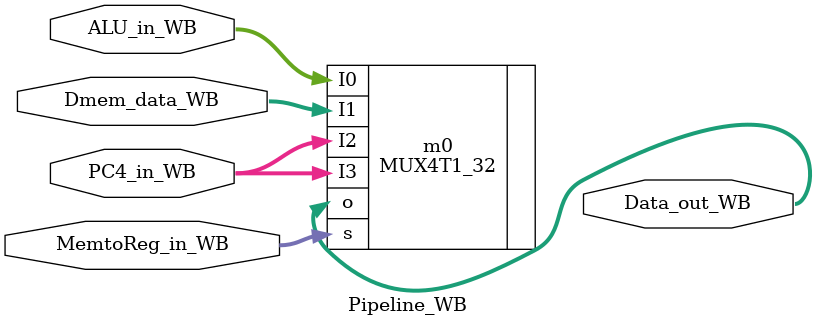
<source format=v>
`timescale 1ns / 1ps


module Pipeline_WB(
    input[31:0] PC4_in_WB,
    input[31:0] ALU_in_WB,
    input[31:0] Dmem_data_WB,
    input[1:0] MemtoReg_in_WB,
    output[31:0] Data_out_WB
    );
    MUX4T1_32 m0(
    .s(MemtoReg_in_WB),
    .I0(ALU_in_WB),
    .I1(Dmem_data_WB),
    .I2(PC4_in_WB),
    .I3(PC4_in_WB),
    .o(Data_out_WB)
    );
endmodule

</source>
